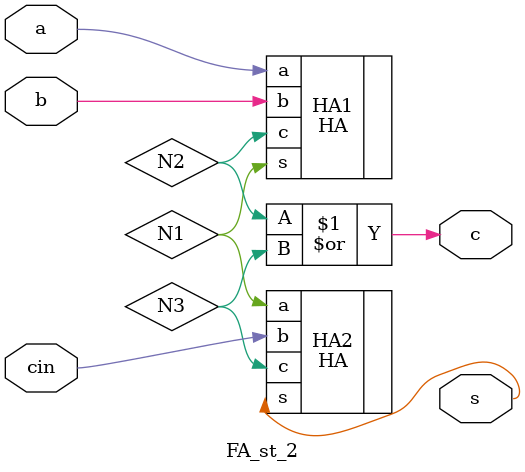
<source format=v>
`timescale 1ns/1ps
module FA_st_2(s,c,a,b,cin);
    input a,b,cin;
    output s,c;
    wire N1,N,N3;

    //HA HA1(N1,N2,a,b);
    HA HA1(.s(N1),.c(N2),.a(a),.b(b));
    //HA HA2(s,N3,N1,cin);
    HA HA2(.s(s),.c(N3),.a(N1),.b(cin));
    or or1(c,N2,N3);
endmodule

</source>
